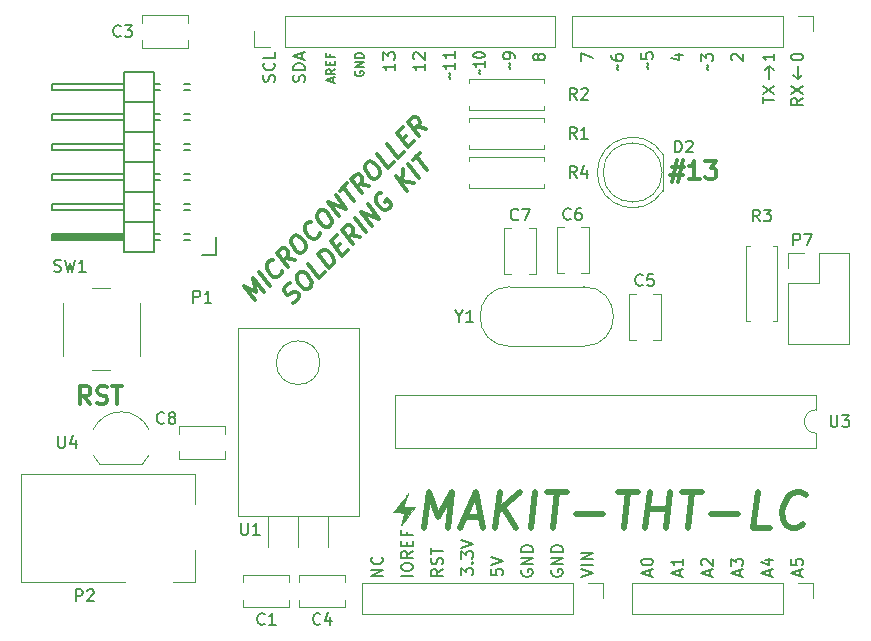
<source format=gto>
G04 #@! TF.FileFunction,Legend,Top*
%FSLAX46Y46*%
G04 Gerber Fmt 4.6, Leading zero omitted, Abs format (unit mm)*
G04 Created by KiCad (PCBNEW 4.0.5+dfsg1-4) date Sun Mar 15 11:09:47 2020*
%MOMM*%
%LPD*%
G01*
G04 APERTURE LIST*
%ADD10C,0.100000*%
%ADD11C,0.300000*%
%ADD12C,0.150000*%
%ADD13C,0.200000*%
%ADD14C,0.500000*%
%ADD15C,0.120000*%
%ADD16C,0.010000*%
G04 APERTURE END LIST*
D10*
D11*
X135079780Y-97426849D02*
X135275498Y-97332147D01*
X135528036Y-97079608D01*
X135584857Y-96921773D01*
X135591171Y-96814443D01*
X135553289Y-96650294D01*
X135464901Y-96536652D01*
X135326006Y-96473518D01*
X135231303Y-96467204D01*
X135086094Y-96511399D01*
X134839870Y-96656607D01*
X134694660Y-96700803D01*
X134599958Y-96694488D01*
X134461062Y-96631354D01*
X134372674Y-96517712D01*
X134334793Y-96353563D01*
X134341106Y-96246234D01*
X134397928Y-96088396D01*
X134650465Y-95835859D01*
X134846183Y-95741157D01*
X135458587Y-95027737D02*
X135660618Y-94825706D01*
X135805828Y-94781512D01*
X135995231Y-94794139D01*
X136222515Y-94970916D01*
X136531874Y-95368663D01*
X136658144Y-95646456D01*
X136645517Y-95861113D01*
X136588695Y-96018949D01*
X136386665Y-96220979D01*
X136241456Y-96265174D01*
X136052052Y-96252547D01*
X135824768Y-96075770D01*
X135515408Y-95678022D01*
X135389140Y-95400231D01*
X135401766Y-95185573D01*
X135458587Y-95027737D01*
X137800879Y-94806765D02*
X137295803Y-95311841D01*
X136367725Y-94118599D01*
X138154433Y-94453212D02*
X137226355Y-93259969D01*
X137478893Y-93007431D01*
X137674610Y-92912730D01*
X137864014Y-92925356D01*
X138002910Y-92988491D01*
X138230194Y-93165268D01*
X138362777Y-93335730D01*
X138489046Y-93613524D01*
X138526927Y-93777673D01*
X138514299Y-93992331D01*
X138406971Y-94200673D01*
X138154433Y-94453212D01*
X138728957Y-92767520D02*
X139082510Y-92413967D01*
X139720169Y-92887475D02*
X139215093Y-93392551D01*
X138287015Y-92199309D01*
X138792092Y-91694232D01*
X140780829Y-91826815D02*
X139985334Y-91612158D01*
X140174738Y-92432906D02*
X139246660Y-91239664D01*
X139650721Y-90835603D01*
X139795931Y-90791409D01*
X139890632Y-90797723D01*
X140029529Y-90860857D01*
X140162111Y-91031320D01*
X140199991Y-91195471D01*
X140193678Y-91302798D01*
X140136857Y-91460636D01*
X139732796Y-91864697D01*
X141235398Y-91372246D02*
X140307320Y-90179004D01*
X141740475Y-90867170D02*
X140812397Y-89673927D01*
X142346566Y-90261078D01*
X141418488Y-89067835D01*
X142523343Y-88063997D02*
X142378134Y-88108190D01*
X142226610Y-88259714D01*
X142119282Y-88468058D01*
X142106655Y-88682715D01*
X142144536Y-88846865D01*
X142270805Y-89124658D01*
X142403387Y-89295120D01*
X142630672Y-89471898D01*
X142769567Y-89535032D01*
X142958972Y-89547658D01*
X143154688Y-89452956D01*
X143255703Y-89351941D01*
X143363032Y-89143598D01*
X143369346Y-89036268D01*
X143059987Y-88638521D01*
X142857956Y-88840552D01*
X144720425Y-87887220D02*
X143792347Y-86693977D01*
X145326516Y-87281128D02*
X144341618Y-87053845D01*
X144398439Y-86087885D02*
X144322677Y-87375830D01*
X145781085Y-86826559D02*
X144853007Y-85633317D01*
X145206561Y-85279763D02*
X145812652Y-84673672D01*
X146437684Y-86169960D02*
X145509607Y-84976717D01*
X131881253Y-97170391D02*
X130953175Y-95977149D01*
X131969641Y-96475912D01*
X131660282Y-95270042D01*
X132588360Y-96463284D01*
X133093436Y-95958208D02*
X132165359Y-94764965D01*
X134116216Y-94733398D02*
X134109902Y-94840728D01*
X134002573Y-95049071D01*
X133901558Y-95150086D01*
X133705842Y-95244788D01*
X133516437Y-95232162D01*
X133377542Y-95169027D01*
X133150257Y-94992250D01*
X133017675Y-94821788D01*
X132891406Y-94543994D01*
X132853525Y-94379845D01*
X132866152Y-94165187D01*
X132973481Y-93956843D01*
X133074496Y-93855828D01*
X133270213Y-93761127D01*
X133364915Y-93767441D01*
X135265265Y-93786380D02*
X134469769Y-93571723D01*
X134659173Y-94392471D02*
X133731095Y-93199229D01*
X134135156Y-92795168D01*
X134280366Y-92750974D01*
X134375067Y-92757288D01*
X134513964Y-92820422D01*
X134646546Y-92990885D01*
X134684427Y-93155036D01*
X134678114Y-93262363D01*
X134621292Y-93420201D01*
X134217231Y-93824262D01*
X134993786Y-91936538D02*
X135195816Y-91734508D01*
X135341026Y-91690314D01*
X135530430Y-91702941D01*
X135757714Y-91879717D01*
X136067073Y-92277465D01*
X136193342Y-92555257D01*
X136180715Y-92769914D01*
X136123894Y-92927751D01*
X135921863Y-93129781D01*
X135776654Y-93173976D01*
X135587251Y-93161349D01*
X135359966Y-92984572D01*
X135050607Y-92586824D01*
X134924338Y-92309032D01*
X134936965Y-92094375D01*
X134993786Y-91936538D01*
X137348705Y-91500910D02*
X137342391Y-91608239D01*
X137235062Y-91816582D01*
X137134047Y-91917598D01*
X136938330Y-92012300D01*
X136748926Y-91999674D01*
X136610030Y-91936539D01*
X136382746Y-91759761D01*
X136250163Y-91589299D01*
X136123894Y-91311506D01*
X136086013Y-91147357D01*
X136098641Y-90932699D01*
X136205969Y-90724355D01*
X136306984Y-90623340D01*
X136502701Y-90528638D01*
X136597404Y-90534952D01*
X137165614Y-89764710D02*
X137367644Y-89562680D01*
X137512854Y-89518485D01*
X137702258Y-89531112D01*
X137929542Y-89707889D01*
X138238901Y-90105637D01*
X138365171Y-90383429D01*
X138352544Y-90598086D01*
X138295722Y-90755922D01*
X138093692Y-90957953D01*
X137948482Y-91002147D01*
X137759079Y-90989521D01*
X137531794Y-90812743D01*
X137222435Y-90414996D01*
X137096166Y-90137204D01*
X137108793Y-89922547D01*
X137165614Y-89764710D01*
X139002829Y-90048815D02*
X138074752Y-88855572D01*
X139608921Y-89442723D01*
X138680843Y-88249480D01*
X139034397Y-87895927D02*
X139640488Y-87289835D01*
X140265521Y-88786124D02*
X139337443Y-87592881D01*
X141528211Y-87523433D02*
X140732716Y-87308777D01*
X140922120Y-88129525D02*
X139994042Y-86936282D01*
X140398102Y-86532221D01*
X140543313Y-86488027D01*
X140638014Y-86494342D01*
X140776910Y-86557476D01*
X140909493Y-86727938D01*
X140947373Y-86892089D01*
X140941060Y-86999417D01*
X140884238Y-87157254D01*
X140480178Y-87561315D01*
X141256732Y-85673592D02*
X141458763Y-85471561D01*
X141603973Y-85427367D01*
X141793376Y-85439994D01*
X142020660Y-85616771D01*
X142330019Y-86014518D01*
X142456289Y-86292311D01*
X142443662Y-86506968D01*
X142386840Y-86664804D01*
X142184810Y-86866834D01*
X142039601Y-86911029D01*
X141850197Y-86898402D01*
X141622913Y-86721625D01*
X141313553Y-86323877D01*
X141187285Y-86046086D01*
X141199911Y-85831428D01*
X141256732Y-85673592D01*
X143599024Y-85452620D02*
X143093948Y-85957697D01*
X142165870Y-84764454D01*
X144457654Y-84593990D02*
X143952578Y-85099067D01*
X143024500Y-83905824D01*
X144325072Y-83615405D02*
X144678625Y-83261852D01*
X145316284Y-83735360D02*
X144811208Y-84240437D01*
X143883130Y-83047194D01*
X144388206Y-82542118D01*
X146376944Y-82674700D02*
X145581449Y-82460044D01*
X145770853Y-83280792D02*
X144842775Y-82087549D01*
X145246836Y-81683488D01*
X145392046Y-81639294D01*
X145486747Y-81645609D01*
X145625643Y-81708743D01*
X145758226Y-81879205D01*
X145796106Y-82043356D01*
X145789793Y-82150684D01*
X145732971Y-82308521D01*
X145328911Y-82712582D01*
D12*
X175839381Y-76295285D02*
X175839381Y-76866714D01*
X175839381Y-76581000D02*
X174839381Y-76581000D01*
X174982238Y-76676238D01*
X175077476Y-76771476D01*
X175125095Y-76866714D01*
X177252381Y-76628619D02*
X177252381Y-76533380D01*
X177300000Y-76438142D01*
X177347619Y-76390523D01*
X177442857Y-76342904D01*
X177633333Y-76295285D01*
X177871429Y-76295285D01*
X178061905Y-76342904D01*
X178157143Y-76390523D01*
X178204762Y-76438142D01*
X178252381Y-76533380D01*
X178252381Y-76628619D01*
X178204762Y-76723857D01*
X178157143Y-76771476D01*
X178061905Y-76819095D01*
X177871429Y-76866714D01*
X177633333Y-76866714D01*
X177442857Y-76819095D01*
X177347619Y-76771476D01*
X177300000Y-76723857D01*
X177252381Y-76628619D01*
D13*
X177800000Y-78486000D02*
X177418999Y-78105000D01*
X177800000Y-78486000D02*
X178181000Y-78105000D01*
X177800000Y-77343001D02*
X177800000Y-78486000D01*
X175387000Y-77343000D02*
X175768000Y-77724000D01*
X175387000Y-77343000D02*
X175006000Y-77724000D01*
X175387000Y-78486000D02*
X175387000Y-77343000D01*
D12*
X178252381Y-80049666D02*
X177776190Y-80383000D01*
X178252381Y-80621095D02*
X177252381Y-80621095D01*
X177252381Y-80240142D01*
X177300000Y-80144904D01*
X177347619Y-80097285D01*
X177442857Y-80049666D01*
X177585714Y-80049666D01*
X177680952Y-80097285D01*
X177728571Y-80144904D01*
X177776190Y-80240142D01*
X177776190Y-80621095D01*
X177252381Y-79716333D02*
X178252381Y-79049666D01*
X177252381Y-79049666D02*
X178252381Y-79716333D01*
X174839381Y-80517905D02*
X174839381Y-79946476D01*
X175839381Y-80232191D02*
X174839381Y-80232191D01*
X174839381Y-79708381D02*
X175839381Y-79041714D01*
X174839381Y-79041714D02*
X175839381Y-79708381D01*
X172267619Y-76866714D02*
X172220000Y-76819095D01*
X172172381Y-76723857D01*
X172172381Y-76485761D01*
X172220000Y-76390523D01*
X172267619Y-76342904D01*
X172362857Y-76295285D01*
X172458095Y-76295285D01*
X172600952Y-76342904D01*
X173172381Y-76914333D01*
X173172381Y-76295285D01*
X170251429Y-77700095D02*
X170203810Y-77652476D01*
X170156190Y-77557238D01*
X170251429Y-77366762D01*
X170203810Y-77271523D01*
X170156190Y-77223904D01*
X169632381Y-76938190D02*
X169632381Y-76319142D01*
X170013333Y-76652476D01*
X170013333Y-76509618D01*
X170060952Y-76414380D01*
X170108571Y-76366761D01*
X170203810Y-76319142D01*
X170441905Y-76319142D01*
X170537143Y-76366761D01*
X170584762Y-76414380D01*
X170632381Y-76509618D01*
X170632381Y-76795333D01*
X170584762Y-76890571D01*
X170537143Y-76938190D01*
X167425714Y-76390523D02*
X168092381Y-76390523D01*
X167044762Y-76628619D02*
X167759048Y-76866714D01*
X167759048Y-76247666D01*
X165171429Y-77573095D02*
X165123810Y-77525476D01*
X165076190Y-77430238D01*
X165171429Y-77239762D01*
X165123810Y-77144523D01*
X165076190Y-77096904D01*
X164552381Y-76239761D02*
X164552381Y-76715952D01*
X165028571Y-76763571D01*
X164980952Y-76715952D01*
X164933333Y-76620714D01*
X164933333Y-76382618D01*
X164980952Y-76287380D01*
X165028571Y-76239761D01*
X165123810Y-76192142D01*
X165361905Y-76192142D01*
X165457143Y-76239761D01*
X165504762Y-76287380D01*
X165552381Y-76382618D01*
X165552381Y-76620714D01*
X165504762Y-76715952D01*
X165457143Y-76763571D01*
X162631429Y-77700095D02*
X162583810Y-77652476D01*
X162536190Y-77557238D01*
X162631429Y-77366762D01*
X162583810Y-77271523D01*
X162536190Y-77223904D01*
X162012381Y-76414380D02*
X162012381Y-76604857D01*
X162060000Y-76700095D01*
X162107619Y-76747714D01*
X162250476Y-76842952D01*
X162440952Y-76890571D01*
X162821905Y-76890571D01*
X162917143Y-76842952D01*
X162964762Y-76795333D01*
X163012381Y-76700095D01*
X163012381Y-76509618D01*
X162964762Y-76414380D01*
X162917143Y-76366761D01*
X162821905Y-76319142D01*
X162583810Y-76319142D01*
X162488571Y-76366761D01*
X162440952Y-76414380D01*
X162393333Y-76509618D01*
X162393333Y-76700095D01*
X162440952Y-76795333D01*
X162488571Y-76842952D01*
X162583810Y-76890571D01*
X159472381Y-76914333D02*
X159472381Y-76247666D01*
X160472381Y-76676238D01*
X155836952Y-76676238D02*
X155789333Y-76771476D01*
X155741714Y-76819095D01*
X155646476Y-76866714D01*
X155598857Y-76866714D01*
X155503619Y-76819095D01*
X155456000Y-76771476D01*
X155408381Y-76676238D01*
X155408381Y-76485761D01*
X155456000Y-76390523D01*
X155503619Y-76342904D01*
X155598857Y-76295285D01*
X155646476Y-76295285D01*
X155741714Y-76342904D01*
X155789333Y-76390523D01*
X155836952Y-76485761D01*
X155836952Y-76676238D01*
X155884571Y-76771476D01*
X155932190Y-76819095D01*
X156027429Y-76866714D01*
X156217905Y-76866714D01*
X156313143Y-76819095D01*
X156360762Y-76771476D01*
X156408381Y-76676238D01*
X156408381Y-76485761D01*
X156360762Y-76390523D01*
X156313143Y-76342904D01*
X156217905Y-76295285D01*
X156027429Y-76295285D01*
X155932190Y-76342904D01*
X155884571Y-76390523D01*
X155836952Y-76485761D01*
X153487429Y-77573095D02*
X153439810Y-77525476D01*
X153392190Y-77430238D01*
X153487429Y-77239762D01*
X153439810Y-77144523D01*
X153392190Y-77096904D01*
X153868381Y-76668333D02*
X153868381Y-76477857D01*
X153820762Y-76382618D01*
X153773143Y-76334999D01*
X153630286Y-76239761D01*
X153439810Y-76192142D01*
X153058857Y-76192142D01*
X152963619Y-76239761D01*
X152916000Y-76287380D01*
X152868381Y-76382618D01*
X152868381Y-76573095D01*
X152916000Y-76668333D01*
X152963619Y-76715952D01*
X153058857Y-76763571D01*
X153296952Y-76763571D01*
X153392190Y-76715952D01*
X153439810Y-76668333D01*
X153487429Y-76573095D01*
X153487429Y-76382618D01*
X153439810Y-76287380D01*
X153392190Y-76239761D01*
X153296952Y-76192142D01*
X150947429Y-78060429D02*
X150899810Y-78022333D01*
X150852190Y-77946143D01*
X150947429Y-77793762D01*
X150899810Y-77717571D01*
X150852190Y-77679476D01*
X151328381Y-76955666D02*
X151328381Y-77412809D01*
X151328381Y-77184238D02*
X150328381Y-77184238D01*
X150471238Y-77260428D01*
X150566476Y-77336619D01*
X150614095Y-77412809D01*
X150328381Y-76460428D02*
X150328381Y-76384237D01*
X150376000Y-76308047D01*
X150423619Y-76269952D01*
X150518857Y-76231856D01*
X150709333Y-76193761D01*
X150947429Y-76193761D01*
X151137905Y-76231856D01*
X151233143Y-76269952D01*
X151280762Y-76308047D01*
X151328381Y-76384237D01*
X151328381Y-76460428D01*
X151280762Y-76536618D01*
X151233143Y-76574714D01*
X151137905Y-76612809D01*
X150947429Y-76650904D01*
X150709333Y-76650904D01*
X150518857Y-76612809D01*
X150423619Y-76574714D01*
X150376000Y-76536618D01*
X150328381Y-76460428D01*
X148407429Y-78430286D02*
X148359810Y-78382667D01*
X148312190Y-78287429D01*
X148407429Y-78096953D01*
X148359810Y-78001714D01*
X148312190Y-77954095D01*
X148788381Y-77049333D02*
X148788381Y-77620762D01*
X148788381Y-77335048D02*
X147788381Y-77335048D01*
X147931238Y-77430286D01*
X148026476Y-77525524D01*
X148074095Y-77620762D01*
X148788381Y-76096952D02*
X148788381Y-76668381D01*
X148788381Y-76382667D02*
X147788381Y-76382667D01*
X147931238Y-76477905D01*
X148026476Y-76573143D01*
X148074095Y-76668381D01*
X146248381Y-77152476D02*
X146248381Y-77723905D01*
X146248381Y-77438191D02*
X145248381Y-77438191D01*
X145391238Y-77533429D01*
X145486476Y-77628667D01*
X145534095Y-77723905D01*
X145343619Y-76771524D02*
X145296000Y-76723905D01*
X145248381Y-76628667D01*
X145248381Y-76390571D01*
X145296000Y-76295333D01*
X145343619Y-76247714D01*
X145438857Y-76200095D01*
X145534095Y-76200095D01*
X145676952Y-76247714D01*
X146248381Y-76819143D01*
X146248381Y-76200095D01*
X143708381Y-77152476D02*
X143708381Y-77723905D01*
X143708381Y-77438191D02*
X142708381Y-77438191D01*
X142851238Y-77533429D01*
X142946476Y-77628667D01*
X142994095Y-77723905D01*
X142708381Y-76819143D02*
X142708381Y-76200095D01*
X143089333Y-76533429D01*
X143089333Y-76390571D01*
X143136952Y-76295333D01*
X143184571Y-76247714D01*
X143279810Y-76200095D01*
X143517905Y-76200095D01*
X143613143Y-76247714D01*
X143660762Y-76295333D01*
X143708381Y-76390571D01*
X143708381Y-76676286D01*
X143660762Y-76771524D01*
X143613143Y-76819143D01*
X140341000Y-77787428D02*
X140305286Y-77858857D01*
X140305286Y-77966000D01*
X140341000Y-78073143D01*
X140412429Y-78144571D01*
X140483857Y-78180286D01*
X140626714Y-78216000D01*
X140733857Y-78216000D01*
X140876714Y-78180286D01*
X140948143Y-78144571D01*
X141019571Y-78073143D01*
X141055286Y-77966000D01*
X141055286Y-77894571D01*
X141019571Y-77787428D01*
X140983857Y-77751714D01*
X140733857Y-77751714D01*
X140733857Y-77894571D01*
X141055286Y-77430286D02*
X140305286Y-77430286D01*
X141055286Y-77001714D01*
X140305286Y-77001714D01*
X141055286Y-76644572D02*
X140305286Y-76644572D01*
X140305286Y-76466000D01*
X140341000Y-76358857D01*
X140412429Y-76287429D01*
X140483857Y-76251714D01*
X140626714Y-76216000D01*
X140733857Y-76216000D01*
X140876714Y-76251714D01*
X140948143Y-76287429D01*
X141019571Y-76358857D01*
X141055286Y-76466000D01*
X141055286Y-76644572D01*
X138428000Y-78716000D02*
X138428000Y-78358857D01*
X138642286Y-78787428D02*
X137892286Y-78537428D01*
X138642286Y-78287428D01*
X138642286Y-77608857D02*
X138285143Y-77858857D01*
X138642286Y-78037429D02*
X137892286Y-78037429D01*
X137892286Y-77751714D01*
X137928000Y-77680286D01*
X137963714Y-77644571D01*
X138035143Y-77608857D01*
X138142286Y-77608857D01*
X138213714Y-77644571D01*
X138249429Y-77680286D01*
X138285143Y-77751714D01*
X138285143Y-78037429D01*
X138249429Y-77287429D02*
X138249429Y-77037429D01*
X138642286Y-76930286D02*
X138642286Y-77287429D01*
X137892286Y-77287429D01*
X137892286Y-76930286D01*
X138249429Y-76358858D02*
X138249429Y-76608858D01*
X138642286Y-76608858D02*
X137892286Y-76608858D01*
X137892286Y-76251715D01*
X133500762Y-78660476D02*
X133548381Y-78517619D01*
X133548381Y-78279523D01*
X133500762Y-78184285D01*
X133453143Y-78136666D01*
X133357905Y-78089047D01*
X133262667Y-78089047D01*
X133167429Y-78136666D01*
X133119810Y-78184285D01*
X133072190Y-78279523D01*
X133024571Y-78470000D01*
X132976952Y-78565238D01*
X132929333Y-78612857D01*
X132834095Y-78660476D01*
X132738857Y-78660476D01*
X132643619Y-78612857D01*
X132596000Y-78565238D01*
X132548381Y-78470000D01*
X132548381Y-78231904D01*
X132596000Y-78089047D01*
X133453143Y-77089047D02*
X133500762Y-77136666D01*
X133548381Y-77279523D01*
X133548381Y-77374761D01*
X133500762Y-77517619D01*
X133405524Y-77612857D01*
X133310286Y-77660476D01*
X133119810Y-77708095D01*
X132976952Y-77708095D01*
X132786476Y-77660476D01*
X132691238Y-77612857D01*
X132596000Y-77517619D01*
X132548381Y-77374761D01*
X132548381Y-77279523D01*
X132596000Y-77136666D01*
X132643619Y-77089047D01*
X133548381Y-76184285D02*
X133548381Y-76660476D01*
X132548381Y-76660476D01*
X136040762Y-78684286D02*
X136088381Y-78541429D01*
X136088381Y-78303333D01*
X136040762Y-78208095D01*
X135993143Y-78160476D01*
X135897905Y-78112857D01*
X135802667Y-78112857D01*
X135707429Y-78160476D01*
X135659810Y-78208095D01*
X135612190Y-78303333D01*
X135564571Y-78493810D01*
X135516952Y-78589048D01*
X135469333Y-78636667D01*
X135374095Y-78684286D01*
X135278857Y-78684286D01*
X135183619Y-78636667D01*
X135136000Y-78589048D01*
X135088381Y-78493810D01*
X135088381Y-78255714D01*
X135136000Y-78112857D01*
X136088381Y-77684286D02*
X135088381Y-77684286D01*
X135088381Y-77446191D01*
X135136000Y-77303333D01*
X135231238Y-77208095D01*
X135326476Y-77160476D01*
X135516952Y-77112857D01*
X135659810Y-77112857D01*
X135850286Y-77160476D01*
X135945524Y-77208095D01*
X136040762Y-77303333D01*
X136088381Y-77446191D01*
X136088381Y-77684286D01*
X135802667Y-76731905D02*
X135802667Y-76255714D01*
X136088381Y-76827143D02*
X135088381Y-76493810D01*
X136088381Y-76160476D01*
X177966667Y-120475286D02*
X177966667Y-119999095D01*
X178252381Y-120570524D02*
X177252381Y-120237191D01*
X178252381Y-119903857D01*
X177252381Y-119094333D02*
X177252381Y-119570524D01*
X177728571Y-119618143D01*
X177680952Y-119570524D01*
X177633333Y-119475286D01*
X177633333Y-119237190D01*
X177680952Y-119141952D01*
X177728571Y-119094333D01*
X177823810Y-119046714D01*
X178061905Y-119046714D01*
X178157143Y-119094333D01*
X178204762Y-119141952D01*
X178252381Y-119237190D01*
X178252381Y-119475286D01*
X178204762Y-119570524D01*
X178157143Y-119618143D01*
X175426667Y-120475286D02*
X175426667Y-119999095D01*
X175712381Y-120570524D02*
X174712381Y-120237191D01*
X175712381Y-119903857D01*
X175045714Y-119141952D02*
X175712381Y-119141952D01*
X174664762Y-119380048D02*
X175379048Y-119618143D01*
X175379048Y-118999095D01*
X172886667Y-120475286D02*
X172886667Y-119999095D01*
X173172381Y-120570524D02*
X172172381Y-120237191D01*
X173172381Y-119903857D01*
X172172381Y-119665762D02*
X172172381Y-119046714D01*
X172553333Y-119380048D01*
X172553333Y-119237190D01*
X172600952Y-119141952D01*
X172648571Y-119094333D01*
X172743810Y-119046714D01*
X172981905Y-119046714D01*
X173077143Y-119094333D01*
X173124762Y-119141952D01*
X173172381Y-119237190D01*
X173172381Y-119522905D01*
X173124762Y-119618143D01*
X173077143Y-119665762D01*
X170346667Y-120475286D02*
X170346667Y-119999095D01*
X170632381Y-120570524D02*
X169632381Y-120237191D01*
X170632381Y-119903857D01*
X169727619Y-119618143D02*
X169680000Y-119570524D01*
X169632381Y-119475286D01*
X169632381Y-119237190D01*
X169680000Y-119141952D01*
X169727619Y-119094333D01*
X169822857Y-119046714D01*
X169918095Y-119046714D01*
X170060952Y-119094333D01*
X170632381Y-119665762D01*
X170632381Y-119046714D01*
X167806667Y-120475286D02*
X167806667Y-119999095D01*
X168092381Y-120570524D02*
X167092381Y-120237191D01*
X168092381Y-119903857D01*
X168092381Y-119046714D02*
X168092381Y-119618143D01*
X168092381Y-119332429D02*
X167092381Y-119332429D01*
X167235238Y-119427667D01*
X167330476Y-119522905D01*
X167378095Y-119618143D01*
X165266667Y-120475286D02*
X165266667Y-119999095D01*
X165552381Y-120570524D02*
X164552381Y-120237191D01*
X165552381Y-119903857D01*
X164552381Y-119380048D02*
X164552381Y-119284809D01*
X164600000Y-119189571D01*
X164647619Y-119141952D01*
X164742857Y-119094333D01*
X164933333Y-119046714D01*
X165171429Y-119046714D01*
X165361905Y-119094333D01*
X165457143Y-119141952D01*
X165504762Y-119189571D01*
X165552381Y-119284809D01*
X165552381Y-119380048D01*
X165504762Y-119475286D01*
X165457143Y-119522905D01*
X165361905Y-119570524D01*
X165171429Y-119618143D01*
X164933333Y-119618143D01*
X164742857Y-119570524D01*
X164647619Y-119522905D01*
X164600000Y-119475286D01*
X164552381Y-119380048D01*
X159472381Y-120602238D02*
X160472381Y-120268905D01*
X159472381Y-119935571D01*
X160472381Y-119602238D02*
X159472381Y-119602238D01*
X160472381Y-119126048D02*
X159472381Y-119126048D01*
X160472381Y-118554619D01*
X159472381Y-118554619D01*
X156980000Y-120014904D02*
X156932381Y-120110142D01*
X156932381Y-120252999D01*
X156980000Y-120395857D01*
X157075238Y-120491095D01*
X157170476Y-120538714D01*
X157360952Y-120586333D01*
X157503810Y-120586333D01*
X157694286Y-120538714D01*
X157789524Y-120491095D01*
X157884762Y-120395857D01*
X157932381Y-120252999D01*
X157932381Y-120157761D01*
X157884762Y-120014904D01*
X157837143Y-119967285D01*
X157503810Y-119967285D01*
X157503810Y-120157761D01*
X157932381Y-119538714D02*
X156932381Y-119538714D01*
X157932381Y-118967285D01*
X156932381Y-118967285D01*
X157932381Y-118491095D02*
X156932381Y-118491095D01*
X156932381Y-118253000D01*
X156980000Y-118110142D01*
X157075238Y-118014904D01*
X157170476Y-117967285D01*
X157360952Y-117919666D01*
X157503810Y-117919666D01*
X157694286Y-117967285D01*
X157789524Y-118014904D01*
X157884762Y-118110142D01*
X157932381Y-118253000D01*
X157932381Y-118491095D01*
X154440000Y-120014904D02*
X154392381Y-120110142D01*
X154392381Y-120252999D01*
X154440000Y-120395857D01*
X154535238Y-120491095D01*
X154630476Y-120538714D01*
X154820952Y-120586333D01*
X154963810Y-120586333D01*
X155154286Y-120538714D01*
X155249524Y-120491095D01*
X155344762Y-120395857D01*
X155392381Y-120252999D01*
X155392381Y-120157761D01*
X155344762Y-120014904D01*
X155297143Y-119967285D01*
X154963810Y-119967285D01*
X154963810Y-120157761D01*
X155392381Y-119538714D02*
X154392381Y-119538714D01*
X155392381Y-118967285D01*
X154392381Y-118967285D01*
X155392381Y-118491095D02*
X154392381Y-118491095D01*
X154392381Y-118253000D01*
X154440000Y-118110142D01*
X154535238Y-118014904D01*
X154630476Y-117967285D01*
X154820952Y-117919666D01*
X154963810Y-117919666D01*
X155154286Y-117967285D01*
X155249524Y-118014904D01*
X155344762Y-118110142D01*
X155392381Y-118253000D01*
X155392381Y-118491095D01*
X151852381Y-119951476D02*
X151852381Y-120427667D01*
X152328571Y-120475286D01*
X152280952Y-120427667D01*
X152233333Y-120332429D01*
X152233333Y-120094333D01*
X152280952Y-119999095D01*
X152328571Y-119951476D01*
X152423810Y-119903857D01*
X152661905Y-119903857D01*
X152757143Y-119951476D01*
X152804762Y-119999095D01*
X152852381Y-120094333D01*
X152852381Y-120332429D01*
X152804762Y-120427667D01*
X152757143Y-120475286D01*
X151852381Y-119618143D02*
X152852381Y-119284810D01*
X151852381Y-118951476D01*
X149312381Y-120475190D02*
X149312381Y-119856142D01*
X149693333Y-120189476D01*
X149693333Y-120046618D01*
X149740952Y-119951380D01*
X149788571Y-119903761D01*
X149883810Y-119856142D01*
X150121905Y-119856142D01*
X150217143Y-119903761D01*
X150264762Y-119951380D01*
X150312381Y-120046618D01*
X150312381Y-120332333D01*
X150264762Y-120427571D01*
X150217143Y-120475190D01*
X150217143Y-119427571D02*
X150264762Y-119379952D01*
X150312381Y-119427571D01*
X150264762Y-119475190D01*
X150217143Y-119427571D01*
X150312381Y-119427571D01*
X149312381Y-119046619D02*
X149312381Y-118427571D01*
X149693333Y-118760905D01*
X149693333Y-118618047D01*
X149740952Y-118522809D01*
X149788571Y-118475190D01*
X149883810Y-118427571D01*
X150121905Y-118427571D01*
X150217143Y-118475190D01*
X150264762Y-118522809D01*
X150312381Y-118618047D01*
X150312381Y-118903762D01*
X150264762Y-118999000D01*
X150217143Y-119046619D01*
X149312381Y-118141857D02*
X150312381Y-117808524D01*
X149312381Y-117475190D01*
X147772381Y-119927619D02*
X147296190Y-120260953D01*
X147772381Y-120499048D02*
X146772381Y-120499048D01*
X146772381Y-120118095D01*
X146820000Y-120022857D01*
X146867619Y-119975238D01*
X146962857Y-119927619D01*
X147105714Y-119927619D01*
X147200952Y-119975238D01*
X147248571Y-120022857D01*
X147296190Y-120118095D01*
X147296190Y-120499048D01*
X147724762Y-119546667D02*
X147772381Y-119403810D01*
X147772381Y-119165714D01*
X147724762Y-119070476D01*
X147677143Y-119022857D01*
X147581905Y-118975238D01*
X147486667Y-118975238D01*
X147391429Y-119022857D01*
X147343810Y-119070476D01*
X147296190Y-119165714D01*
X147248571Y-119356191D01*
X147200952Y-119451429D01*
X147153333Y-119499048D01*
X147058095Y-119546667D01*
X146962857Y-119546667D01*
X146867619Y-119499048D01*
X146820000Y-119451429D01*
X146772381Y-119356191D01*
X146772381Y-119118095D01*
X146820000Y-118975238D01*
X146772381Y-118689524D02*
X146772381Y-118118095D01*
X147772381Y-118403810D02*
X146772381Y-118403810D01*
X145232381Y-120522762D02*
X144232381Y-120522762D01*
X144232381Y-119856096D02*
X144232381Y-119665619D01*
X144280000Y-119570381D01*
X144375238Y-119475143D01*
X144565714Y-119427524D01*
X144899048Y-119427524D01*
X145089524Y-119475143D01*
X145184762Y-119570381D01*
X145232381Y-119665619D01*
X145232381Y-119856096D01*
X145184762Y-119951334D01*
X145089524Y-120046572D01*
X144899048Y-120094191D01*
X144565714Y-120094191D01*
X144375238Y-120046572D01*
X144280000Y-119951334D01*
X144232381Y-119856096D01*
X145232381Y-118427524D02*
X144756190Y-118760858D01*
X145232381Y-118998953D02*
X144232381Y-118998953D01*
X144232381Y-118618000D01*
X144280000Y-118522762D01*
X144327619Y-118475143D01*
X144422857Y-118427524D01*
X144565714Y-118427524D01*
X144660952Y-118475143D01*
X144708571Y-118522762D01*
X144756190Y-118618000D01*
X144756190Y-118998953D01*
X144708571Y-117998953D02*
X144708571Y-117665619D01*
X145232381Y-117522762D02*
X145232381Y-117998953D01*
X144232381Y-117998953D01*
X144232381Y-117522762D01*
X144708571Y-116760857D02*
X144708571Y-117094191D01*
X145232381Y-117094191D02*
X144232381Y-117094191D01*
X144232381Y-116618000D01*
X142692381Y-120546714D02*
X141692381Y-120546714D01*
X142692381Y-119975285D01*
X141692381Y-119975285D01*
X142597143Y-118927666D02*
X142644762Y-118975285D01*
X142692381Y-119118142D01*
X142692381Y-119213380D01*
X142644762Y-119356238D01*
X142549524Y-119451476D01*
X142454286Y-119499095D01*
X142263810Y-119546714D01*
X142120952Y-119546714D01*
X141930476Y-119499095D01*
X141835238Y-119451476D01*
X141740000Y-119356238D01*
X141692381Y-119213380D01*
X141692381Y-119118142D01*
X141740000Y-118975285D01*
X141787619Y-118927666D01*
D11*
X117923572Y-105961571D02*
X117423572Y-105247286D01*
X117066429Y-105961571D02*
X117066429Y-104461571D01*
X117637857Y-104461571D01*
X117780715Y-104533000D01*
X117852143Y-104604429D01*
X117923572Y-104747286D01*
X117923572Y-104961571D01*
X117852143Y-105104429D01*
X117780715Y-105175857D01*
X117637857Y-105247286D01*
X117066429Y-105247286D01*
X118495000Y-105890143D02*
X118709286Y-105961571D01*
X119066429Y-105961571D01*
X119209286Y-105890143D01*
X119280715Y-105818714D01*
X119352143Y-105675857D01*
X119352143Y-105533000D01*
X119280715Y-105390143D01*
X119209286Y-105318714D01*
X119066429Y-105247286D01*
X118780715Y-105175857D01*
X118637857Y-105104429D01*
X118566429Y-105033000D01*
X118495000Y-104890143D01*
X118495000Y-104747286D01*
X118566429Y-104604429D01*
X118637857Y-104533000D01*
X118780715Y-104461571D01*
X119137857Y-104461571D01*
X119352143Y-104533000D01*
X119780714Y-104461571D02*
X120637857Y-104461571D01*
X120209286Y-105961571D02*
X120209286Y-104461571D01*
D14*
X146207787Y-116419143D02*
X146582787Y-113419143D01*
X147314930Y-115562000D01*
X148582787Y-113419143D01*
X148207787Y-116419143D01*
X149600644Y-115562000D02*
X151029215Y-115562000D01*
X149207786Y-116419143D02*
X150582786Y-113419143D01*
X151207786Y-116419143D01*
X152207787Y-116419143D02*
X152582787Y-113419143D01*
X153922072Y-116419143D02*
X152850644Y-114704857D01*
X154297072Y-113419143D02*
X152368501Y-115133429D01*
X155207787Y-116419143D02*
X155582787Y-113419143D01*
X156582786Y-113419143D02*
X158297072Y-113419143D01*
X157064929Y-116419143D02*
X157439929Y-113419143D01*
X159064929Y-115276286D02*
X161350643Y-115276286D01*
X162582786Y-113419143D02*
X164297072Y-113419143D01*
X163064929Y-116419143D02*
X163439929Y-113419143D01*
X164922072Y-116419143D02*
X165297072Y-113419143D01*
X165118501Y-114847714D02*
X166832786Y-114847714D01*
X166636357Y-116419143D02*
X167011357Y-113419143D01*
X168011357Y-113419143D02*
X169725643Y-113419143D01*
X168493500Y-116419143D02*
X168868500Y-113419143D01*
X170493500Y-115276286D02*
X172779214Y-115276286D01*
X175493500Y-116419143D02*
X174064929Y-116419143D01*
X174439929Y-113419143D01*
X178243499Y-116133429D02*
X178082785Y-116276286D01*
X177636357Y-116419143D01*
X177350643Y-116419143D01*
X176939928Y-116276286D01*
X176689929Y-115990571D01*
X176582786Y-115704857D01*
X176511357Y-115133429D01*
X176564929Y-114704857D01*
X176779214Y-114133429D01*
X176957786Y-113847714D01*
X177279214Y-113562000D01*
X177725643Y-113419143D01*
X178011357Y-113419143D01*
X178422071Y-113562000D01*
X178547071Y-113704857D01*
D11*
X167144143Y-85911571D02*
X168215572Y-85911571D01*
X167572715Y-85268714D02*
X167144143Y-87197286D01*
X168072715Y-86554429D02*
X167001286Y-86554429D01*
X167644143Y-87197286D02*
X168072715Y-85268714D01*
X169501286Y-86911571D02*
X168644143Y-86911571D01*
X169072715Y-86911571D02*
X169072715Y-85411571D01*
X168929858Y-85625857D01*
X168787000Y-85768714D01*
X168644143Y-85840143D01*
X170001286Y-85411571D02*
X170929857Y-85411571D01*
X170429857Y-85983000D01*
X170644143Y-85983000D01*
X170787000Y-86054429D01*
X170858429Y-86125857D01*
X170929857Y-86268714D01*
X170929857Y-86625857D01*
X170858429Y-86768714D01*
X170787000Y-86840143D01*
X170644143Y-86911571D01*
X170215571Y-86911571D01*
X170072714Y-86840143D01*
X170001286Y-86768714D01*
D15*
X126186000Y-75782000D02*
X122266000Y-75782000D01*
X126186000Y-73062000D02*
X122266000Y-73062000D01*
X126186000Y-75782000D02*
X126186000Y-75172000D01*
X126186000Y-73672000D02*
X126186000Y-73062000D01*
X122266000Y-75782000D02*
X122266000Y-75172000D01*
X122266000Y-73672000D02*
X122266000Y-73062000D01*
X179384000Y-108442000D02*
G75*
G02X179384000Y-106442000I0J1000000D01*
G01*
X179384000Y-106442000D02*
X179384000Y-105192000D01*
X179384000Y-105192000D02*
X143704000Y-105192000D01*
X143704000Y-105192000D02*
X143704000Y-109692000D01*
X143704000Y-109692000D02*
X179384000Y-109692000D01*
X179384000Y-109692000D02*
X179384000Y-108442000D01*
X163486000Y-100532000D02*
X163486000Y-96612000D01*
X166206000Y-100532000D02*
X166206000Y-96612000D01*
X163486000Y-100532000D02*
X164096000Y-100532000D01*
X165596000Y-100532000D02*
X166206000Y-100532000D01*
X163486000Y-96612000D02*
X164096000Y-96612000D01*
X165596000Y-96612000D02*
X166206000Y-96612000D01*
X134782000Y-123153000D02*
X130862000Y-123153000D01*
X134782000Y-120433000D02*
X130862000Y-120433000D01*
X134782000Y-123153000D02*
X134782000Y-122543000D01*
X134782000Y-121043000D02*
X134782000Y-120433000D01*
X130862000Y-123153000D02*
X130862000Y-122543000D01*
X130862000Y-121043000D02*
X130862000Y-120433000D01*
X135601000Y-120433000D02*
X139521000Y-120433000D01*
X135601000Y-123153000D02*
X139521000Y-123153000D01*
X135601000Y-120433000D02*
X135601000Y-121043000D01*
X135601000Y-122543000D02*
X135601000Y-123153000D01*
X139521000Y-120433000D02*
X139521000Y-121043000D01*
X139521000Y-122543000D02*
X139521000Y-123153000D01*
X160110000Y-90984000D02*
X160110000Y-94904000D01*
X157390000Y-90984000D02*
X157390000Y-94904000D01*
X160110000Y-90984000D02*
X159500000Y-90984000D01*
X158000000Y-90984000D02*
X157390000Y-90984000D01*
X160110000Y-94904000D02*
X159500000Y-94904000D01*
X158000000Y-94904000D02*
X157390000Y-94904000D01*
X155665000Y-91038000D02*
X155665000Y-94958000D01*
X152945000Y-91038000D02*
X152945000Y-94958000D01*
X155665000Y-91038000D02*
X155055000Y-91038000D01*
X153555000Y-91038000D02*
X152945000Y-91038000D01*
X155665000Y-94958000D02*
X155055000Y-94958000D01*
X153555000Y-94958000D02*
X152945000Y-94958000D01*
X120888000Y-121059000D02*
X112088000Y-121059000D01*
X112088000Y-121059000D02*
X112088000Y-111859000D01*
X126788000Y-118359000D02*
X126788000Y-121059000D01*
X126788000Y-121059000D02*
X124888000Y-121059000D01*
X112088000Y-111859000D02*
X126788000Y-111859000D01*
X126788000Y-111859000D02*
X126788000Y-114459000D01*
X163770000Y-121098000D02*
X163770000Y-123758000D01*
X176530000Y-121098000D02*
X163770000Y-121098000D01*
X176530000Y-123758000D02*
X163770000Y-123758000D01*
X176530000Y-121098000D02*
X176530000Y-123758000D01*
X177800000Y-121098000D02*
X179130000Y-121098000D01*
X179130000Y-121098000D02*
X179130000Y-122428000D01*
X158690000Y-73092000D02*
X158690000Y-75752000D01*
X176530000Y-73092000D02*
X158690000Y-73092000D01*
X176530000Y-75752000D02*
X158690000Y-75752000D01*
X176530000Y-73092000D02*
X176530000Y-75752000D01*
X177800000Y-73092000D02*
X179130000Y-73092000D01*
X179130000Y-73092000D02*
X179130000Y-74422000D01*
X156372000Y-84038000D02*
X156372000Y-84368000D01*
X156372000Y-84368000D02*
X149952000Y-84368000D01*
X149952000Y-84368000D02*
X149952000Y-84038000D01*
X156372000Y-82078000D02*
X156372000Y-81748000D01*
X156372000Y-81748000D02*
X149952000Y-81748000D01*
X149952000Y-81748000D02*
X149952000Y-82078000D01*
X156372000Y-80736000D02*
X156372000Y-81066000D01*
X156372000Y-81066000D02*
X149952000Y-81066000D01*
X149952000Y-81066000D02*
X149952000Y-80736000D01*
X156372000Y-78776000D02*
X156372000Y-78446000D01*
X156372000Y-78446000D02*
X149952000Y-78446000D01*
X149952000Y-78446000D02*
X149952000Y-78776000D01*
X175732000Y-92548000D02*
X176062000Y-92548000D01*
X176062000Y-92548000D02*
X176062000Y-98968000D01*
X176062000Y-98968000D02*
X175732000Y-98968000D01*
X173772000Y-92548000D02*
X173442000Y-92548000D01*
X173442000Y-92548000D02*
X173442000Y-98968000D01*
X173442000Y-98968000D02*
X173772000Y-98968000D01*
X122086000Y-101870000D02*
X122086000Y-97370000D01*
X118086000Y-103120000D02*
X119586000Y-103120000D01*
X115586000Y-97370000D02*
X115586000Y-101870000D01*
X119586000Y-96120000D02*
X118086000Y-96120000D01*
X159689000Y-101077000D02*
X153439000Y-101077000D01*
X159689000Y-96027000D02*
X153439000Y-96027000D01*
X159689000Y-96027000D02*
G75*
G02X159689000Y-101077000I0J-2525000D01*
G01*
X153439000Y-96027000D02*
G75*
G03X153439000Y-101077000I0J-2525000D01*
G01*
X160840000Y-86359538D02*
G75*
G03X166390000Y-87904830I2990000J-462D01*
G01*
X160840000Y-86360462D02*
G75*
G02X166390000Y-84815170I2990000J462D01*
G01*
X166330000Y-86360000D02*
G75*
G03X166330000Y-86360000I-2500000J0D01*
G01*
X166390000Y-87905000D02*
X166390000Y-84815000D01*
X149952000Y-85380000D02*
X149952000Y-85050000D01*
X149952000Y-85050000D02*
X156372000Y-85050000D01*
X156372000Y-85050000D02*
X156372000Y-85380000D01*
X149952000Y-87340000D02*
X149952000Y-87670000D01*
X149952000Y-87670000D02*
X156372000Y-87670000D01*
X156372000Y-87670000D02*
X156372000Y-87340000D01*
X140910000Y-121098000D02*
X140910000Y-123758000D01*
X158750000Y-121098000D02*
X140910000Y-121098000D01*
X158750000Y-123758000D02*
X140910000Y-123758000D01*
X158750000Y-121098000D02*
X158750000Y-123758000D01*
X160020000Y-121098000D02*
X161350000Y-121098000D01*
X161350000Y-121098000D02*
X161350000Y-122428000D01*
D16*
G36*
X144840354Y-113518280D02*
X144830217Y-113546466D01*
X144813787Y-113589983D01*
X144788911Y-113656720D01*
X144757172Y-113742361D01*
X144720152Y-113842591D01*
X144679436Y-113953096D01*
X144636605Y-114069559D01*
X144593244Y-114187667D01*
X144550936Y-114303103D01*
X144511264Y-114411553D01*
X144475811Y-114508701D01*
X144446161Y-114590233D01*
X144423896Y-114651832D01*
X144410600Y-114689185D01*
X144407467Y-114698684D01*
X144423695Y-114700675D01*
X144469563Y-114702765D01*
X144540844Y-114704853D01*
X144633310Y-114706838D01*
X144742736Y-114708617D01*
X144864895Y-114710090D01*
X144894591Y-114710377D01*
X145381716Y-114714867D01*
X144820305Y-115457173D01*
X144714629Y-115596761D01*
X144614696Y-115728499D01*
X144522438Y-115849856D01*
X144439787Y-115958304D01*
X144368676Y-116051314D01*
X144311036Y-116126356D01*
X144268800Y-116180901D01*
X144243900Y-116212420D01*
X144238144Y-116219173D01*
X144224070Y-116227999D01*
X144226061Y-116209084D01*
X144227214Y-116205000D01*
X144237713Y-116167649D01*
X144254754Y-116105666D01*
X144277064Y-116023800D01*
X144303364Y-115926801D01*
X144332378Y-115819418D01*
X144362831Y-115706400D01*
X144393445Y-115592498D01*
X144422944Y-115482459D01*
X144450053Y-115381034D01*
X144473493Y-115292973D01*
X144491990Y-115223023D01*
X144504266Y-115175936D01*
X144509046Y-115156460D01*
X144509066Y-115156256D01*
X144492847Y-115153773D01*
X144447046Y-115151529D01*
X144375947Y-115149610D01*
X144283835Y-115148104D01*
X144174993Y-115147096D01*
X144053706Y-115146674D01*
X144034933Y-115146666D01*
X143912166Y-115146377D01*
X143801210Y-115145560D01*
X143706347Y-115144292D01*
X143631864Y-115142649D01*
X143582043Y-115140707D01*
X143561169Y-115138544D01*
X143560800Y-115138209D01*
X143570903Y-115123927D01*
X143599747Y-115085840D01*
X143645133Y-115026757D01*
X143704861Y-114949491D01*
X143776734Y-114856852D01*
X143858551Y-114751653D01*
X143948115Y-114636704D01*
X144043226Y-114514817D01*
X144141685Y-114388803D01*
X144241294Y-114261473D01*
X144339853Y-114135639D01*
X144435164Y-114014112D01*
X144525028Y-113899702D01*
X144607246Y-113795223D01*
X144679618Y-113703484D01*
X144739947Y-113627298D01*
X144786033Y-113569475D01*
X144815678Y-113532826D01*
X144825666Y-113521067D01*
X144840370Y-113507877D01*
X144840354Y-113518280D01*
X144840354Y-113518280D01*
G37*
X144840354Y-113518280D02*
X144830217Y-113546466D01*
X144813787Y-113589983D01*
X144788911Y-113656720D01*
X144757172Y-113742361D01*
X144720152Y-113842591D01*
X144679436Y-113953096D01*
X144636605Y-114069559D01*
X144593244Y-114187667D01*
X144550936Y-114303103D01*
X144511264Y-114411553D01*
X144475811Y-114508701D01*
X144446161Y-114590233D01*
X144423896Y-114651832D01*
X144410600Y-114689185D01*
X144407467Y-114698684D01*
X144423695Y-114700675D01*
X144469563Y-114702765D01*
X144540844Y-114704853D01*
X144633310Y-114706838D01*
X144742736Y-114708617D01*
X144864895Y-114710090D01*
X144894591Y-114710377D01*
X145381716Y-114714867D01*
X144820305Y-115457173D01*
X144714629Y-115596761D01*
X144614696Y-115728499D01*
X144522438Y-115849856D01*
X144439787Y-115958304D01*
X144368676Y-116051314D01*
X144311036Y-116126356D01*
X144268800Y-116180901D01*
X144243900Y-116212420D01*
X144238144Y-116219173D01*
X144224070Y-116227999D01*
X144226061Y-116209084D01*
X144227214Y-116205000D01*
X144237713Y-116167649D01*
X144254754Y-116105666D01*
X144277064Y-116023800D01*
X144303364Y-115926801D01*
X144332378Y-115819418D01*
X144362831Y-115706400D01*
X144393445Y-115592498D01*
X144422944Y-115482459D01*
X144450053Y-115381034D01*
X144473493Y-115292973D01*
X144491990Y-115223023D01*
X144504266Y-115175936D01*
X144509046Y-115156460D01*
X144509066Y-115156256D01*
X144492847Y-115153773D01*
X144447046Y-115151529D01*
X144375947Y-115149610D01*
X144283835Y-115148104D01*
X144174993Y-115147096D01*
X144053706Y-115146674D01*
X144034933Y-115146666D01*
X143912166Y-115146377D01*
X143801210Y-115145560D01*
X143706347Y-115144292D01*
X143631864Y-115142649D01*
X143582043Y-115140707D01*
X143561169Y-115138544D01*
X143560800Y-115138209D01*
X143570903Y-115123927D01*
X143599747Y-115085840D01*
X143645133Y-115026757D01*
X143704861Y-114949491D01*
X143776734Y-114856852D01*
X143858551Y-114751653D01*
X143948115Y-114636704D01*
X144043226Y-114514817D01*
X144141685Y-114388803D01*
X144241294Y-114261473D01*
X144339853Y-114135639D01*
X144435164Y-114014112D01*
X144525028Y-113899702D01*
X144607246Y-113795223D01*
X144679618Y-113703484D01*
X144739947Y-113627298D01*
X144786033Y-113569475D01*
X144815678Y-113532826D01*
X144825666Y-113521067D01*
X144840370Y-113507877D01*
X144840354Y-113518280D01*
D15*
X176978000Y-100898000D02*
X182178000Y-100898000D01*
X176978000Y-95758000D02*
X176978000Y-100898000D01*
X182178000Y-93158000D02*
X182178000Y-100898000D01*
X176978000Y-95758000D02*
X179578000Y-95758000D01*
X179578000Y-95758000D02*
X179578000Y-93158000D01*
X179578000Y-93158000D02*
X182178000Y-93158000D01*
X176978000Y-94488000D02*
X176978000Y-93158000D01*
X176978000Y-93158000D02*
X178308000Y-93158000D01*
X157286000Y-75752000D02*
X157286000Y-73092000D01*
X134366000Y-75752000D02*
X157286000Y-75752000D01*
X134366000Y-73092000D02*
X157286000Y-73092000D01*
X134366000Y-75752000D02*
X134366000Y-73092000D01*
X133096000Y-75752000D02*
X131766000Y-75752000D01*
X131766000Y-75752000D02*
X131766000Y-74422000D01*
X125401000Y-107860000D02*
X129321000Y-107860000D01*
X125401000Y-110580000D02*
X129321000Y-110580000D01*
X125401000Y-107860000D02*
X125401000Y-108470000D01*
X125401000Y-109970000D02*
X125401000Y-110580000D01*
X129321000Y-107860000D02*
X129321000Y-108470000D01*
X129321000Y-109970000D02*
X129321000Y-110580000D01*
X118723000Y-111070000D02*
X122323000Y-111070000D01*
X118198816Y-110342795D02*
G75*
G03X118723000Y-111070000I2324184J1122795D01*
G01*
X118166600Y-108121193D02*
G75*
G02X120523000Y-106620000I2356400J-1098807D01*
G01*
X122879400Y-108121193D02*
G75*
G03X120523000Y-106620000I-2356400J-1098807D01*
G01*
X122847184Y-110342795D02*
G75*
G02X122323000Y-111070000I-2324184J1122795D01*
G01*
X130389000Y-115436000D02*
X140629000Y-115436000D01*
X130389000Y-99546000D02*
X140629000Y-99546000D01*
X130389000Y-99546000D02*
X130389000Y-115436000D01*
X140629000Y-99546000D02*
X140629000Y-115436000D01*
X132969000Y-115436000D02*
X132969000Y-118076000D01*
X135509000Y-115436000D02*
X135509000Y-118060000D01*
X138049000Y-115436000D02*
X138049000Y-118060000D01*
D10*
X137359000Y-102466000D02*
G75*
G03X137359000Y-102466000I-1850000J0D01*
G01*
D12*
X125857000Y-79375000D02*
X126365000Y-79375000D01*
X125857000Y-78867000D02*
X126365000Y-78867000D01*
X125857000Y-81407000D02*
X126365000Y-81407000D01*
X125857000Y-81915000D02*
X126365000Y-81915000D01*
X125857000Y-83947000D02*
X126365000Y-83947000D01*
X125857000Y-84455000D02*
X126365000Y-84455000D01*
X125857000Y-92075000D02*
X126365000Y-92075000D01*
X125857000Y-91567000D02*
X126365000Y-91567000D01*
X125857000Y-86487000D02*
X126365000Y-86487000D01*
X125857000Y-86995000D02*
X126365000Y-86995000D01*
X125857000Y-89027000D02*
X126365000Y-89027000D01*
X125857000Y-89535000D02*
X126365000Y-89535000D01*
X123317000Y-78867000D02*
X123825000Y-78867000D01*
X123317000Y-79375000D02*
X123825000Y-79375000D01*
X123317000Y-81407000D02*
X123825000Y-81407000D01*
X123317000Y-81915000D02*
X123825000Y-81915000D01*
X123317000Y-92075000D02*
X123825000Y-92075000D01*
X123317000Y-91567000D02*
X123825000Y-91567000D01*
X123317000Y-89535000D02*
X123825000Y-89535000D01*
X123317000Y-89027000D02*
X123825000Y-89027000D01*
X123317000Y-83947000D02*
X123825000Y-83947000D01*
X123317000Y-84455000D02*
X123825000Y-84455000D01*
X123317000Y-86487000D02*
X123825000Y-86487000D01*
X123317000Y-86995000D02*
X123825000Y-86995000D01*
X127381000Y-93371000D02*
X128531000Y-93371000D01*
X128531000Y-93371000D02*
X128531000Y-91821000D01*
X120777000Y-91948000D02*
X114808000Y-91948000D01*
X114808000Y-91948000D02*
X114808000Y-91694000D01*
X114808000Y-91694000D02*
X120650000Y-91694000D01*
X120650000Y-91694000D02*
X120650000Y-91821000D01*
X120650000Y-91821000D02*
X114808000Y-91821000D01*
X123317000Y-82931000D02*
X120777000Y-82931000D01*
X123317000Y-82931000D02*
X123317000Y-80391000D01*
X123317000Y-80391000D02*
X120777000Y-80391000D01*
X120777000Y-81915000D02*
X114681000Y-81915000D01*
X114681000Y-81915000D02*
X114681000Y-81407000D01*
X114681000Y-81407000D02*
X120777000Y-81407000D01*
X120777000Y-80391000D02*
X120777000Y-82931000D01*
X120777000Y-77851000D02*
X120777000Y-80391000D01*
X114681000Y-78867000D02*
X120777000Y-78867000D01*
X114681000Y-79375000D02*
X114681000Y-78867000D01*
X120777000Y-79375000D02*
X114681000Y-79375000D01*
X123317000Y-80391000D02*
X123317000Y-77851000D01*
X123317000Y-80391000D02*
X120777000Y-80391000D01*
X123317000Y-77851000D02*
X120777000Y-77851000D01*
X123317000Y-88011000D02*
X120777000Y-88011000D01*
X123317000Y-88011000D02*
X123317000Y-85471000D01*
X123317000Y-85471000D02*
X120777000Y-85471000D01*
X120777000Y-86995000D02*
X114681000Y-86995000D01*
X114681000Y-86995000D02*
X114681000Y-86487000D01*
X114681000Y-86487000D02*
X120777000Y-86487000D01*
X120777000Y-85471000D02*
X120777000Y-88011000D01*
X120777000Y-82931000D02*
X120777000Y-85471000D01*
X114681000Y-83947000D02*
X120777000Y-83947000D01*
X114681000Y-84455000D02*
X114681000Y-83947000D01*
X120777000Y-84455000D02*
X114681000Y-84455000D01*
X123317000Y-82931000D02*
X120777000Y-82931000D01*
X123317000Y-85471000D02*
X123317000Y-82931000D01*
X123317000Y-85471000D02*
X120777000Y-85471000D01*
X123317000Y-90551000D02*
X120777000Y-90551000D01*
X123317000Y-90551000D02*
X123317000Y-88011000D01*
X123317000Y-88011000D02*
X120777000Y-88011000D01*
X120777000Y-89535000D02*
X114681000Y-89535000D01*
X114681000Y-89535000D02*
X114681000Y-89027000D01*
X114681000Y-89027000D02*
X120777000Y-89027000D01*
X120777000Y-88011000D02*
X120777000Y-90551000D01*
X120777000Y-90551000D02*
X120777000Y-93091000D01*
X114681000Y-91567000D02*
X120777000Y-91567000D01*
X114681000Y-92075000D02*
X114681000Y-91567000D01*
X120777000Y-92075000D02*
X114681000Y-92075000D01*
X123317000Y-90551000D02*
X120777000Y-90551000D01*
X123317000Y-93091000D02*
X123317000Y-90551000D01*
X123317000Y-93091000D02*
X120777000Y-93091000D01*
X120483334Y-74779143D02*
X120435715Y-74826762D01*
X120292858Y-74874381D01*
X120197620Y-74874381D01*
X120054762Y-74826762D01*
X119959524Y-74731524D01*
X119911905Y-74636286D01*
X119864286Y-74445810D01*
X119864286Y-74302952D01*
X119911905Y-74112476D01*
X119959524Y-74017238D01*
X120054762Y-73922000D01*
X120197620Y-73874381D01*
X120292858Y-73874381D01*
X120435715Y-73922000D01*
X120483334Y-73969619D01*
X120816667Y-73874381D02*
X121435715Y-73874381D01*
X121102381Y-74255333D01*
X121245239Y-74255333D01*
X121340477Y-74302952D01*
X121388096Y-74350571D01*
X121435715Y-74445810D01*
X121435715Y-74683905D01*
X121388096Y-74779143D01*
X121340477Y-74826762D01*
X121245239Y-74874381D01*
X120959524Y-74874381D01*
X120864286Y-74826762D01*
X120816667Y-74779143D01*
X180594095Y-106894381D02*
X180594095Y-107703905D01*
X180641714Y-107799143D01*
X180689333Y-107846762D01*
X180784571Y-107894381D01*
X180975048Y-107894381D01*
X181070286Y-107846762D01*
X181117905Y-107799143D01*
X181165524Y-107703905D01*
X181165524Y-106894381D01*
X181546476Y-106894381D02*
X182165524Y-106894381D01*
X181832190Y-107275333D01*
X181975048Y-107275333D01*
X182070286Y-107322952D01*
X182117905Y-107370571D01*
X182165524Y-107465810D01*
X182165524Y-107703905D01*
X182117905Y-107799143D01*
X182070286Y-107846762D01*
X181975048Y-107894381D01*
X181689333Y-107894381D01*
X181594095Y-107846762D01*
X181546476Y-107799143D01*
X164679334Y-95861143D02*
X164631715Y-95908762D01*
X164488858Y-95956381D01*
X164393620Y-95956381D01*
X164250762Y-95908762D01*
X164155524Y-95813524D01*
X164107905Y-95718286D01*
X164060286Y-95527810D01*
X164060286Y-95384952D01*
X164107905Y-95194476D01*
X164155524Y-95099238D01*
X164250762Y-95004000D01*
X164393620Y-94956381D01*
X164488858Y-94956381D01*
X164631715Y-95004000D01*
X164679334Y-95051619D01*
X165584096Y-94956381D02*
X165107905Y-94956381D01*
X165060286Y-95432571D01*
X165107905Y-95384952D01*
X165203143Y-95337333D01*
X165441239Y-95337333D01*
X165536477Y-95384952D01*
X165584096Y-95432571D01*
X165631715Y-95527810D01*
X165631715Y-95765905D01*
X165584096Y-95861143D01*
X165536477Y-95908762D01*
X165441239Y-95956381D01*
X165203143Y-95956381D01*
X165107905Y-95908762D01*
X165060286Y-95861143D01*
X132675334Y-124563143D02*
X132627715Y-124610762D01*
X132484858Y-124658381D01*
X132389620Y-124658381D01*
X132246762Y-124610762D01*
X132151524Y-124515524D01*
X132103905Y-124420286D01*
X132056286Y-124229810D01*
X132056286Y-124086952D01*
X132103905Y-123896476D01*
X132151524Y-123801238D01*
X132246762Y-123706000D01*
X132389620Y-123658381D01*
X132484858Y-123658381D01*
X132627715Y-123706000D01*
X132675334Y-123753619D01*
X133627715Y-124658381D02*
X133056286Y-124658381D01*
X133342000Y-124658381D02*
X133342000Y-123658381D01*
X133246762Y-123801238D01*
X133151524Y-123896476D01*
X133056286Y-123944095D01*
X137394334Y-124563143D02*
X137346715Y-124610762D01*
X137203858Y-124658381D01*
X137108620Y-124658381D01*
X136965762Y-124610762D01*
X136870524Y-124515524D01*
X136822905Y-124420286D01*
X136775286Y-124229810D01*
X136775286Y-124086952D01*
X136822905Y-123896476D01*
X136870524Y-123801238D01*
X136965762Y-123706000D01*
X137108620Y-123658381D01*
X137203858Y-123658381D01*
X137346715Y-123706000D01*
X137394334Y-123753619D01*
X138251477Y-123991714D02*
X138251477Y-124658381D01*
X138013381Y-123610762D02*
X137775286Y-124325048D01*
X138394334Y-124325048D01*
X158583334Y-90273143D02*
X158535715Y-90320762D01*
X158392858Y-90368381D01*
X158297620Y-90368381D01*
X158154762Y-90320762D01*
X158059524Y-90225524D01*
X158011905Y-90130286D01*
X157964286Y-89939810D01*
X157964286Y-89796952D01*
X158011905Y-89606476D01*
X158059524Y-89511238D01*
X158154762Y-89416000D01*
X158297620Y-89368381D01*
X158392858Y-89368381D01*
X158535715Y-89416000D01*
X158583334Y-89463619D01*
X159440477Y-89368381D02*
X159250000Y-89368381D01*
X159154762Y-89416000D01*
X159107143Y-89463619D01*
X159011905Y-89606476D01*
X158964286Y-89796952D01*
X158964286Y-90177905D01*
X159011905Y-90273143D01*
X159059524Y-90320762D01*
X159154762Y-90368381D01*
X159345239Y-90368381D01*
X159440477Y-90320762D01*
X159488096Y-90273143D01*
X159535715Y-90177905D01*
X159535715Y-89939810D01*
X159488096Y-89844571D01*
X159440477Y-89796952D01*
X159345239Y-89749333D01*
X159154762Y-89749333D01*
X159059524Y-89796952D01*
X159011905Y-89844571D01*
X158964286Y-89939810D01*
X154138334Y-90327143D02*
X154090715Y-90374762D01*
X153947858Y-90422381D01*
X153852620Y-90422381D01*
X153709762Y-90374762D01*
X153614524Y-90279524D01*
X153566905Y-90184286D01*
X153519286Y-89993810D01*
X153519286Y-89850952D01*
X153566905Y-89660476D01*
X153614524Y-89565238D01*
X153709762Y-89470000D01*
X153852620Y-89422381D01*
X153947858Y-89422381D01*
X154090715Y-89470000D01*
X154138334Y-89517619D01*
X154471667Y-89422381D02*
X155138334Y-89422381D01*
X154709762Y-90422381D01*
X116699905Y-122661381D02*
X116699905Y-121661381D01*
X117080858Y-121661381D01*
X117176096Y-121709000D01*
X117223715Y-121756619D01*
X117271334Y-121851857D01*
X117271334Y-121994714D01*
X117223715Y-122089952D01*
X117176096Y-122137571D01*
X117080858Y-122185190D01*
X116699905Y-122185190D01*
X117652286Y-121756619D02*
X117699905Y-121709000D01*
X117795143Y-121661381D01*
X118033239Y-121661381D01*
X118128477Y-121709000D01*
X118176096Y-121756619D01*
X118223715Y-121851857D01*
X118223715Y-121947095D01*
X118176096Y-122089952D01*
X117604667Y-122661381D01*
X118223715Y-122661381D01*
X159091334Y-83510381D02*
X158758000Y-83034190D01*
X158519905Y-83510381D02*
X158519905Y-82510381D01*
X158900858Y-82510381D01*
X158996096Y-82558000D01*
X159043715Y-82605619D01*
X159091334Y-82700857D01*
X159091334Y-82843714D01*
X159043715Y-82938952D01*
X158996096Y-82986571D01*
X158900858Y-83034190D01*
X158519905Y-83034190D01*
X160043715Y-83510381D02*
X159472286Y-83510381D01*
X159758000Y-83510381D02*
X159758000Y-82510381D01*
X159662762Y-82653238D01*
X159567524Y-82748476D01*
X159472286Y-82796095D01*
X159091334Y-80208381D02*
X158758000Y-79732190D01*
X158519905Y-80208381D02*
X158519905Y-79208381D01*
X158900858Y-79208381D01*
X158996096Y-79256000D01*
X159043715Y-79303619D01*
X159091334Y-79398857D01*
X159091334Y-79541714D01*
X159043715Y-79636952D01*
X158996096Y-79684571D01*
X158900858Y-79732190D01*
X158519905Y-79732190D01*
X159472286Y-79303619D02*
X159519905Y-79256000D01*
X159615143Y-79208381D01*
X159853239Y-79208381D01*
X159948477Y-79256000D01*
X159996096Y-79303619D01*
X160043715Y-79398857D01*
X160043715Y-79494095D01*
X159996096Y-79636952D01*
X159424667Y-80208381D01*
X160043715Y-80208381D01*
X174585334Y-90495381D02*
X174252000Y-90019190D01*
X174013905Y-90495381D02*
X174013905Y-89495381D01*
X174394858Y-89495381D01*
X174490096Y-89543000D01*
X174537715Y-89590619D01*
X174585334Y-89685857D01*
X174585334Y-89828714D01*
X174537715Y-89923952D01*
X174490096Y-89971571D01*
X174394858Y-90019190D01*
X174013905Y-90019190D01*
X174918667Y-89495381D02*
X175537715Y-89495381D01*
X175204381Y-89876333D01*
X175347239Y-89876333D01*
X175442477Y-89923952D01*
X175490096Y-89971571D01*
X175537715Y-90066810D01*
X175537715Y-90304905D01*
X175490096Y-90400143D01*
X175442477Y-90447762D01*
X175347239Y-90495381D01*
X175061524Y-90495381D01*
X174966286Y-90447762D01*
X174918667Y-90400143D01*
X114871667Y-94702262D02*
X115014524Y-94749881D01*
X115252620Y-94749881D01*
X115347858Y-94702262D01*
X115395477Y-94654643D01*
X115443096Y-94559405D01*
X115443096Y-94464167D01*
X115395477Y-94368929D01*
X115347858Y-94321310D01*
X115252620Y-94273690D01*
X115062143Y-94226071D01*
X114966905Y-94178452D01*
X114919286Y-94130833D01*
X114871667Y-94035595D01*
X114871667Y-93940357D01*
X114919286Y-93845119D01*
X114966905Y-93797500D01*
X115062143Y-93749881D01*
X115300239Y-93749881D01*
X115443096Y-93797500D01*
X115776429Y-93749881D02*
X116014524Y-94749881D01*
X116205001Y-94035595D01*
X116395477Y-94749881D01*
X116633572Y-93749881D01*
X117538334Y-94749881D02*
X116966905Y-94749881D01*
X117252619Y-94749881D02*
X117252619Y-93749881D01*
X117157381Y-93892738D01*
X117062143Y-93987976D01*
X116966905Y-94035595D01*
X149129809Y-98528190D02*
X149129809Y-99004381D01*
X148796476Y-98004381D02*
X149129809Y-98528190D01*
X149463143Y-98004381D01*
X150320286Y-99004381D02*
X149748857Y-99004381D01*
X150034571Y-99004381D02*
X150034571Y-98004381D01*
X149939333Y-98147238D01*
X149844095Y-98242476D01*
X149748857Y-98290095D01*
X167409905Y-84653381D02*
X167409905Y-83653381D01*
X167648000Y-83653381D01*
X167790858Y-83701000D01*
X167886096Y-83796238D01*
X167933715Y-83891476D01*
X167981334Y-84081952D01*
X167981334Y-84224810D01*
X167933715Y-84415286D01*
X167886096Y-84510524D01*
X167790858Y-84605762D01*
X167648000Y-84653381D01*
X167409905Y-84653381D01*
X168362286Y-83748619D02*
X168409905Y-83701000D01*
X168505143Y-83653381D01*
X168743239Y-83653381D01*
X168838477Y-83701000D01*
X168886096Y-83748619D01*
X168933715Y-83843857D01*
X168933715Y-83939095D01*
X168886096Y-84081952D01*
X168314667Y-84653381D01*
X168933715Y-84653381D01*
X159091334Y-86812381D02*
X158758000Y-86336190D01*
X158519905Y-86812381D02*
X158519905Y-85812381D01*
X158900858Y-85812381D01*
X158996096Y-85860000D01*
X159043715Y-85907619D01*
X159091334Y-86002857D01*
X159091334Y-86145714D01*
X159043715Y-86240952D01*
X158996096Y-86288571D01*
X158900858Y-86336190D01*
X158519905Y-86336190D01*
X159948477Y-86145714D02*
X159948477Y-86812381D01*
X159710381Y-85764762D02*
X159472286Y-86479048D01*
X160091334Y-86479048D01*
X177442905Y-92527381D02*
X177442905Y-91527381D01*
X177823858Y-91527381D01*
X177919096Y-91575000D01*
X177966715Y-91622619D01*
X178014334Y-91717857D01*
X178014334Y-91860714D01*
X177966715Y-91955952D01*
X177919096Y-92003571D01*
X177823858Y-92051190D01*
X177442905Y-92051190D01*
X178347667Y-91527381D02*
X179014334Y-91527381D01*
X178585762Y-92527381D01*
X124166334Y-107545143D02*
X124118715Y-107592762D01*
X123975858Y-107640381D01*
X123880620Y-107640381D01*
X123737762Y-107592762D01*
X123642524Y-107497524D01*
X123594905Y-107402286D01*
X123547286Y-107211810D01*
X123547286Y-107068952D01*
X123594905Y-106878476D01*
X123642524Y-106783238D01*
X123737762Y-106688000D01*
X123880620Y-106640381D01*
X123975858Y-106640381D01*
X124118715Y-106688000D01*
X124166334Y-106735619D01*
X124737762Y-107068952D02*
X124642524Y-107021333D01*
X124594905Y-106973714D01*
X124547286Y-106878476D01*
X124547286Y-106830857D01*
X124594905Y-106735619D01*
X124642524Y-106688000D01*
X124737762Y-106640381D01*
X124928239Y-106640381D01*
X125023477Y-106688000D01*
X125071096Y-106735619D01*
X125118715Y-106830857D01*
X125118715Y-106878476D01*
X125071096Y-106973714D01*
X125023477Y-107021333D01*
X124928239Y-107068952D01*
X124737762Y-107068952D01*
X124642524Y-107116571D01*
X124594905Y-107164190D01*
X124547286Y-107259429D01*
X124547286Y-107449905D01*
X124594905Y-107545143D01*
X124642524Y-107592762D01*
X124737762Y-107640381D01*
X124928239Y-107640381D01*
X125023477Y-107592762D01*
X125071096Y-107545143D01*
X125118715Y-107449905D01*
X125118715Y-107259429D01*
X125071096Y-107164190D01*
X125023477Y-107116571D01*
X124928239Y-107068952D01*
X115189095Y-108672381D02*
X115189095Y-109481905D01*
X115236714Y-109577143D01*
X115284333Y-109624762D01*
X115379571Y-109672381D01*
X115570048Y-109672381D01*
X115665286Y-109624762D01*
X115712905Y-109577143D01*
X115760524Y-109481905D01*
X115760524Y-108672381D01*
X116665286Y-109005714D02*
X116665286Y-109672381D01*
X116427190Y-108624762D02*
X116189095Y-109339048D01*
X116808143Y-109339048D01*
X130683095Y-116038381D02*
X130683095Y-116847905D01*
X130730714Y-116943143D01*
X130778333Y-116990762D01*
X130873571Y-117038381D01*
X131064048Y-117038381D01*
X131159286Y-116990762D01*
X131206905Y-116943143D01*
X131254524Y-116847905D01*
X131254524Y-116038381D01*
X132254524Y-117038381D02*
X131683095Y-117038381D01*
X131968809Y-117038381D02*
X131968809Y-116038381D01*
X131873571Y-116181238D01*
X131778333Y-116276476D01*
X131683095Y-116324095D01*
X126642905Y-97373381D02*
X126642905Y-96373381D01*
X127023858Y-96373381D01*
X127119096Y-96421000D01*
X127166715Y-96468619D01*
X127214334Y-96563857D01*
X127214334Y-96706714D01*
X127166715Y-96801952D01*
X127119096Y-96849571D01*
X127023858Y-96897190D01*
X126642905Y-96897190D01*
X128166715Y-97373381D02*
X127595286Y-97373381D01*
X127881000Y-97373381D02*
X127881000Y-96373381D01*
X127785762Y-96516238D01*
X127690524Y-96611476D01*
X127595286Y-96659095D01*
M02*

</source>
